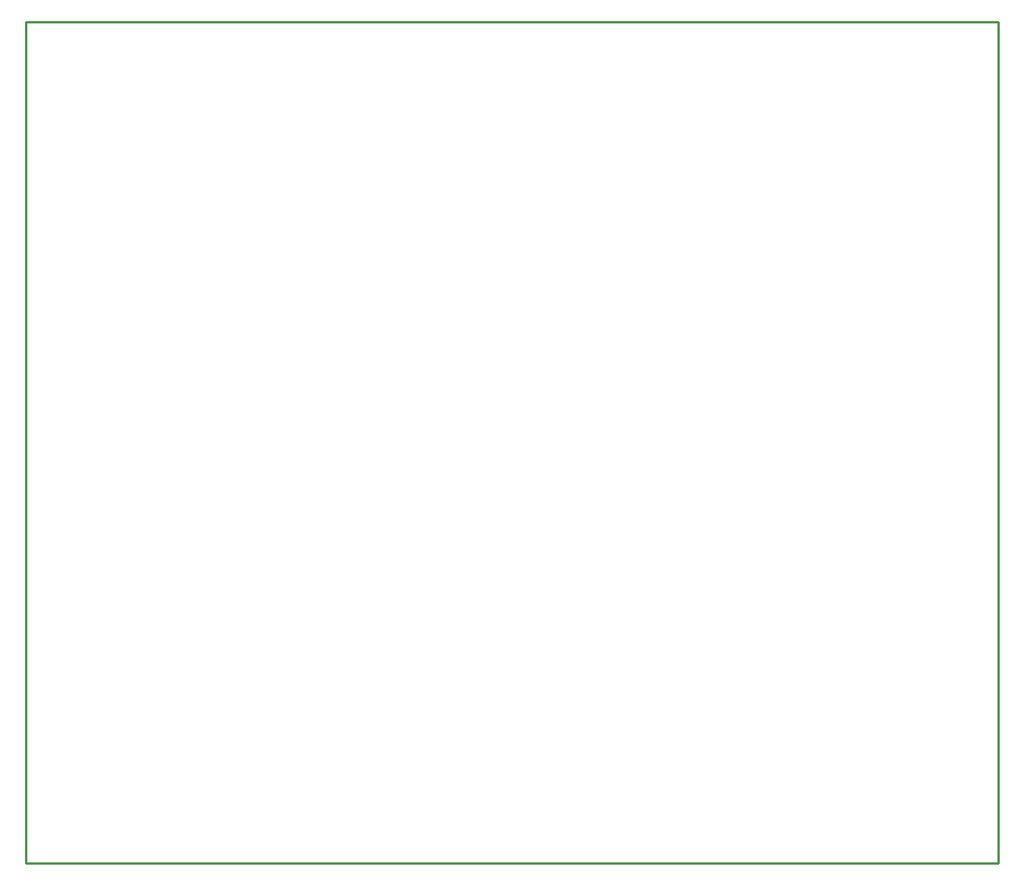
<source format=gbr>
G04 EAGLE Gerber RS-274X export*
G75*
%MOMM*%
%FSLAX34Y34*%
%LPD*%
%IN*%
%IPPOS*%
%AMOC8*
5,1,8,0,0,1.08239X$1,22.5*%
G01*
%ADD10C,0.254000*%


D10*
X0Y0D02*
X1053900Y0D01*
X1053900Y911100D01*
X0Y911100D01*
X0Y0D01*
M02*

</source>
